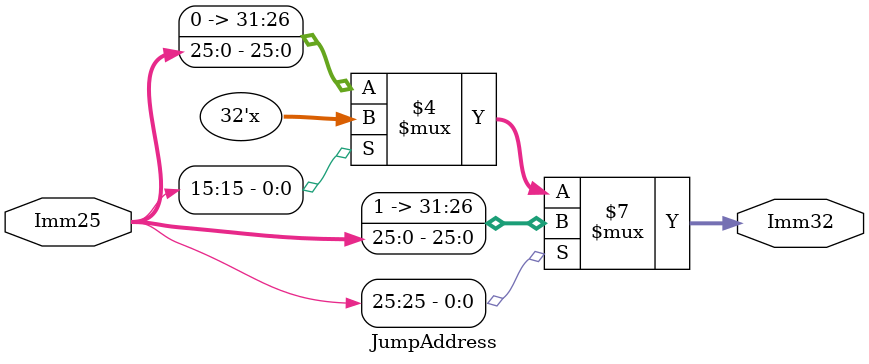
<source format=v>
`timescale 1ns / 1ps
module JumpAddress(Imm25, Imm32);
	// Accepts a 26-bit input and outputs the sign-extended 32-bit number
	
	input			[25:0] Imm25;
	output reg	[31:0] Imm32;
	
	
	always @ (*) begin
		if (Imm25[25] == 1'b1)
			Imm32 <= {16'b111111, Imm25};
		else if (Imm25[15] == 1'b0)
			Imm32 <= {16'b000000, Imm25};
	end

endmodule

</source>
